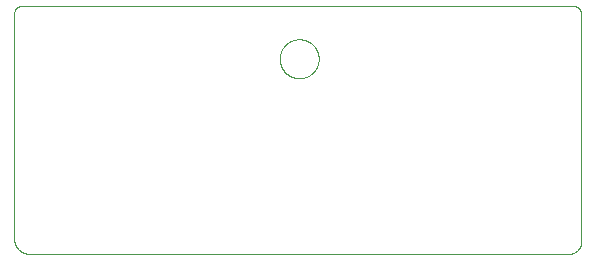
<source format=gko>
G04 EAGLE Gerber X2 export*
%TF.Part,Single*%
%TF.FileFunction,Other,outline*%
%TF.FilePolarity,Positive*%
%TF.GenerationSoftware,Autodesk,EAGLE,8.7.1*%
%TF.CreationDate,2018-03-29T20:09:45Z*%
G75*
%MOMM*%
%FSLAX34Y34*%
%LPD*%
%AMOC8*
5,1,8,0,0,1.08239X$1,22.5*%
G01*
%ADD10C,0.000000*%


D10*
X6800Y210000D02*
X473200Y210000D01*
X473364Y209998D01*
X473529Y209992D01*
X473693Y209982D01*
X473856Y209968D01*
X474020Y209950D01*
X474183Y209929D01*
X474345Y209903D01*
X474506Y209873D01*
X474667Y209840D01*
X474827Y209802D01*
X474986Y209761D01*
X475144Y209716D01*
X475301Y209667D01*
X475457Y209615D01*
X475611Y209558D01*
X475764Y209498D01*
X475916Y209434D01*
X476066Y209367D01*
X476214Y209296D01*
X476360Y209221D01*
X476505Y209143D01*
X476647Y209061D01*
X476788Y208976D01*
X476926Y208888D01*
X477063Y208796D01*
X477197Y208701D01*
X477329Y208603D01*
X477458Y208502D01*
X477585Y208397D01*
X477709Y208290D01*
X477831Y208179D01*
X477950Y208066D01*
X478066Y207950D01*
X478179Y207831D01*
X478290Y207709D01*
X478397Y207585D01*
X478502Y207458D01*
X478603Y207329D01*
X478701Y207197D01*
X478796Y207063D01*
X478888Y206926D01*
X478976Y206788D01*
X479061Y206647D01*
X479143Y206505D01*
X479221Y206360D01*
X479296Y206214D01*
X479367Y206066D01*
X479434Y205916D01*
X479498Y205764D01*
X479558Y205611D01*
X479615Y205457D01*
X479667Y205301D01*
X479716Y205144D01*
X479761Y204986D01*
X479802Y204827D01*
X479840Y204667D01*
X479873Y204506D01*
X479903Y204345D01*
X479929Y204183D01*
X479950Y204020D01*
X479968Y203856D01*
X479982Y203693D01*
X479992Y203529D01*
X479998Y203364D01*
X480000Y203200D01*
X480000Y10100D01*
X479997Y9856D01*
X479988Y9612D01*
X479973Y9368D01*
X479953Y9125D01*
X479926Y8883D01*
X479894Y8641D01*
X479856Y8400D01*
X479812Y8160D01*
X479762Y7921D01*
X479707Y7683D01*
X479645Y7447D01*
X479578Y7212D01*
X479506Y6979D01*
X479427Y6748D01*
X479344Y6518D01*
X479254Y6291D01*
X479160Y6066D01*
X479059Y5844D01*
X478954Y5624D01*
X478843Y5406D01*
X478727Y5192D01*
X478606Y4980D01*
X478480Y4771D01*
X478348Y4565D01*
X478212Y4363D01*
X478071Y4163D01*
X477925Y3968D01*
X477775Y3776D01*
X477620Y3587D01*
X477460Y3402D01*
X477296Y3222D01*
X477128Y3045D01*
X476955Y2872D01*
X476778Y2704D01*
X476598Y2540D01*
X476413Y2380D01*
X476224Y2225D01*
X476032Y2075D01*
X475837Y1929D01*
X475637Y1788D01*
X475435Y1652D01*
X475229Y1520D01*
X475020Y1394D01*
X474808Y1273D01*
X474594Y1157D01*
X474376Y1046D01*
X474156Y941D01*
X473934Y840D01*
X473709Y746D01*
X473482Y656D01*
X473252Y573D01*
X473021Y494D01*
X472788Y422D01*
X472553Y355D01*
X472317Y293D01*
X472079Y238D01*
X471840Y188D01*
X471600Y144D01*
X471359Y106D01*
X471117Y74D01*
X470875Y47D01*
X470632Y27D01*
X470388Y12D01*
X470144Y3D01*
X469900Y0D01*
X12700Y0D01*
X12393Y4D01*
X12086Y15D01*
X11780Y33D01*
X11474Y59D01*
X11169Y93D01*
X10865Y133D01*
X10562Y181D01*
X10260Y237D01*
X9960Y299D01*
X9661Y369D01*
X9364Y446D01*
X9068Y530D01*
X8775Y622D01*
X8485Y720D01*
X8197Y825D01*
X7911Y938D01*
X7628Y1057D01*
X7348Y1183D01*
X7071Y1315D01*
X6798Y1455D01*
X6528Y1601D01*
X6262Y1753D01*
X5999Y1912D01*
X5740Y2077D01*
X5486Y2248D01*
X5235Y2425D01*
X4989Y2609D01*
X4747Y2798D01*
X4511Y2993D01*
X4278Y3194D01*
X4051Y3400D01*
X3829Y3612D01*
X3612Y3829D01*
X3400Y4051D01*
X3194Y4278D01*
X2993Y4511D01*
X2798Y4747D01*
X2609Y4989D01*
X2425Y5235D01*
X2248Y5486D01*
X2077Y5740D01*
X1912Y5999D01*
X1753Y6262D01*
X1601Y6528D01*
X1455Y6798D01*
X1315Y7071D01*
X1183Y7348D01*
X1057Y7628D01*
X938Y7911D01*
X825Y8197D01*
X720Y8485D01*
X622Y8775D01*
X530Y9068D01*
X446Y9364D01*
X369Y9661D01*
X299Y9960D01*
X237Y10260D01*
X181Y10562D01*
X133Y10865D01*
X93Y11169D01*
X59Y11474D01*
X33Y11780D01*
X15Y12086D01*
X4Y12393D01*
X0Y12700D01*
X0Y203200D01*
X2Y203364D01*
X8Y203529D01*
X18Y203693D01*
X32Y203856D01*
X50Y204020D01*
X71Y204183D01*
X97Y204345D01*
X127Y204506D01*
X160Y204667D01*
X198Y204827D01*
X239Y204986D01*
X284Y205144D01*
X333Y205301D01*
X385Y205457D01*
X442Y205611D01*
X502Y205764D01*
X566Y205916D01*
X633Y206066D01*
X704Y206214D01*
X779Y206360D01*
X857Y206505D01*
X939Y206647D01*
X1024Y206788D01*
X1112Y206926D01*
X1204Y207063D01*
X1299Y207197D01*
X1397Y207329D01*
X1498Y207458D01*
X1603Y207585D01*
X1710Y207709D01*
X1821Y207831D01*
X1934Y207950D01*
X2050Y208066D01*
X2169Y208179D01*
X2291Y208290D01*
X2415Y208397D01*
X2542Y208502D01*
X2671Y208603D01*
X2803Y208701D01*
X2937Y208796D01*
X3074Y208888D01*
X3212Y208976D01*
X3353Y209061D01*
X3495Y209143D01*
X3640Y209221D01*
X3786Y209296D01*
X3934Y209367D01*
X4084Y209434D01*
X4236Y209498D01*
X4389Y209558D01*
X4543Y209615D01*
X4699Y209667D01*
X4856Y209716D01*
X5014Y209761D01*
X5173Y209802D01*
X5333Y209840D01*
X5494Y209873D01*
X5655Y209903D01*
X5817Y209929D01*
X5980Y209950D01*
X6144Y209968D01*
X6307Y209982D01*
X6471Y209992D01*
X6636Y209998D01*
X6800Y210000D01*
X224790Y165100D02*
X224795Y165505D01*
X224810Y165910D01*
X224835Y166315D01*
X224870Y166718D01*
X224914Y167121D01*
X224969Y167523D01*
X225033Y167923D01*
X225107Y168321D01*
X225191Y168717D01*
X225285Y169112D01*
X225388Y169503D01*
X225501Y169893D01*
X225623Y170279D01*
X225755Y170662D01*
X225896Y171042D01*
X226047Y171418D01*
X226206Y171791D01*
X226375Y172159D01*
X226553Y172523D01*
X226739Y172883D01*
X226935Y173238D01*
X227139Y173588D01*
X227351Y173933D01*
X227572Y174272D01*
X227802Y174607D01*
X228039Y174935D01*
X228284Y175257D01*
X228538Y175574D01*
X228798Y175884D01*
X229067Y176187D01*
X229343Y176484D01*
X229626Y176774D01*
X229916Y177057D01*
X230213Y177333D01*
X230516Y177602D01*
X230826Y177862D01*
X231143Y178116D01*
X231465Y178361D01*
X231793Y178598D01*
X232128Y178828D01*
X232467Y179049D01*
X232812Y179261D01*
X233162Y179465D01*
X233517Y179661D01*
X233877Y179847D01*
X234241Y180025D01*
X234609Y180194D01*
X234982Y180353D01*
X235358Y180504D01*
X235738Y180645D01*
X236121Y180777D01*
X236507Y180899D01*
X236897Y181012D01*
X237288Y181115D01*
X237683Y181209D01*
X238079Y181293D01*
X238477Y181367D01*
X238877Y181431D01*
X239279Y181486D01*
X239682Y181530D01*
X240085Y181565D01*
X240490Y181590D01*
X240895Y181605D01*
X241300Y181610D01*
X241705Y181605D01*
X242110Y181590D01*
X242515Y181565D01*
X242918Y181530D01*
X243321Y181486D01*
X243723Y181431D01*
X244123Y181367D01*
X244521Y181293D01*
X244917Y181209D01*
X245312Y181115D01*
X245703Y181012D01*
X246093Y180899D01*
X246479Y180777D01*
X246862Y180645D01*
X247242Y180504D01*
X247618Y180353D01*
X247991Y180194D01*
X248359Y180025D01*
X248723Y179847D01*
X249083Y179661D01*
X249438Y179465D01*
X249788Y179261D01*
X250133Y179049D01*
X250472Y178828D01*
X250807Y178598D01*
X251135Y178361D01*
X251457Y178116D01*
X251774Y177862D01*
X252084Y177602D01*
X252387Y177333D01*
X252684Y177057D01*
X252974Y176774D01*
X253257Y176484D01*
X253533Y176187D01*
X253802Y175884D01*
X254062Y175574D01*
X254316Y175257D01*
X254561Y174935D01*
X254798Y174607D01*
X255028Y174272D01*
X255249Y173933D01*
X255461Y173588D01*
X255665Y173238D01*
X255861Y172883D01*
X256047Y172523D01*
X256225Y172159D01*
X256394Y171791D01*
X256553Y171418D01*
X256704Y171042D01*
X256845Y170662D01*
X256977Y170279D01*
X257099Y169893D01*
X257212Y169503D01*
X257315Y169112D01*
X257409Y168717D01*
X257493Y168321D01*
X257567Y167923D01*
X257631Y167523D01*
X257686Y167121D01*
X257730Y166718D01*
X257765Y166315D01*
X257790Y165910D01*
X257805Y165505D01*
X257810Y165100D01*
X257805Y164695D01*
X257790Y164290D01*
X257765Y163885D01*
X257730Y163482D01*
X257686Y163079D01*
X257631Y162677D01*
X257567Y162277D01*
X257493Y161879D01*
X257409Y161483D01*
X257315Y161088D01*
X257212Y160697D01*
X257099Y160307D01*
X256977Y159921D01*
X256845Y159538D01*
X256704Y159158D01*
X256553Y158782D01*
X256394Y158409D01*
X256225Y158041D01*
X256047Y157677D01*
X255861Y157317D01*
X255665Y156962D01*
X255461Y156612D01*
X255249Y156267D01*
X255028Y155928D01*
X254798Y155593D01*
X254561Y155265D01*
X254316Y154943D01*
X254062Y154626D01*
X253802Y154316D01*
X253533Y154013D01*
X253257Y153716D01*
X252974Y153426D01*
X252684Y153143D01*
X252387Y152867D01*
X252084Y152598D01*
X251774Y152338D01*
X251457Y152084D01*
X251135Y151839D01*
X250807Y151602D01*
X250472Y151372D01*
X250133Y151151D01*
X249788Y150939D01*
X249438Y150735D01*
X249083Y150539D01*
X248723Y150353D01*
X248359Y150175D01*
X247991Y150006D01*
X247618Y149847D01*
X247242Y149696D01*
X246862Y149555D01*
X246479Y149423D01*
X246093Y149301D01*
X245703Y149188D01*
X245312Y149085D01*
X244917Y148991D01*
X244521Y148907D01*
X244123Y148833D01*
X243723Y148769D01*
X243321Y148714D01*
X242918Y148670D01*
X242515Y148635D01*
X242110Y148610D01*
X241705Y148595D01*
X241300Y148590D01*
X240895Y148595D01*
X240490Y148610D01*
X240085Y148635D01*
X239682Y148670D01*
X239279Y148714D01*
X238877Y148769D01*
X238477Y148833D01*
X238079Y148907D01*
X237683Y148991D01*
X237288Y149085D01*
X236897Y149188D01*
X236507Y149301D01*
X236121Y149423D01*
X235738Y149555D01*
X235358Y149696D01*
X234982Y149847D01*
X234609Y150006D01*
X234241Y150175D01*
X233877Y150353D01*
X233517Y150539D01*
X233162Y150735D01*
X232812Y150939D01*
X232467Y151151D01*
X232128Y151372D01*
X231793Y151602D01*
X231465Y151839D01*
X231143Y152084D01*
X230826Y152338D01*
X230516Y152598D01*
X230213Y152867D01*
X229916Y153143D01*
X229626Y153426D01*
X229343Y153716D01*
X229067Y154013D01*
X228798Y154316D01*
X228538Y154626D01*
X228284Y154943D01*
X228039Y155265D01*
X227802Y155593D01*
X227572Y155928D01*
X227351Y156267D01*
X227139Y156612D01*
X226935Y156962D01*
X226739Y157317D01*
X226553Y157677D01*
X226375Y158041D01*
X226206Y158409D01*
X226047Y158782D01*
X225896Y159158D01*
X225755Y159538D01*
X225623Y159921D01*
X225501Y160307D01*
X225388Y160697D01*
X225285Y161088D01*
X225191Y161483D01*
X225107Y161879D01*
X225033Y162277D01*
X224969Y162677D01*
X224914Y163079D01*
X224870Y163482D01*
X224835Y163885D01*
X224810Y164290D01*
X224795Y164695D01*
X224790Y165100D01*
M02*

</source>
